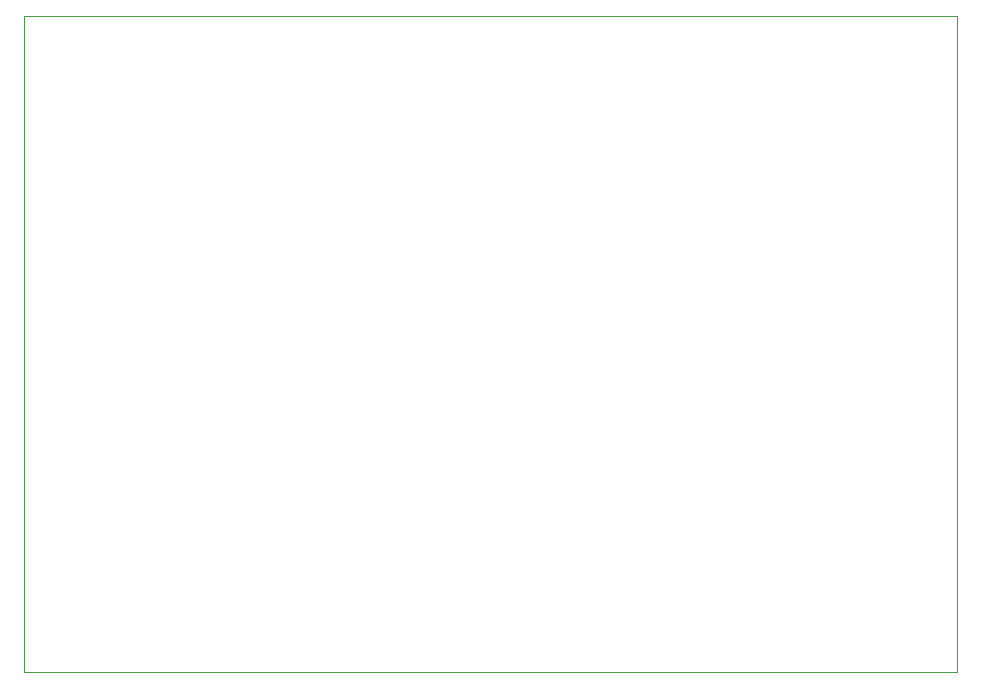
<source format=gbr>
%TF.GenerationSoftware,KiCad,Pcbnew,8.0.2*%
%TF.CreationDate,2025-01-24T00:11:38+01:00*%
%TF.ProjectId,INPUT_ADD_ON,494e5055-545f-4414-9444-5f4f4e2e6b69,rev?*%
%TF.SameCoordinates,Original*%
%TF.FileFunction,Profile,NP*%
%FSLAX46Y46*%
G04 Gerber Fmt 4.6, Leading zero omitted, Abs format (unit mm)*
G04 Created by KiCad (PCBNEW 8.0.2) date 2025-01-24 00:11:38*
%MOMM*%
%LPD*%
G01*
G04 APERTURE LIST*
%TA.AperFunction,Profile*%
%ADD10C,0.100000*%
%TD*%
G04 APERTURE END LIST*
D10*
X90500000Y-70000000D02*
X169500000Y-70000000D01*
X169500000Y-125500000D01*
X90500000Y-125500000D01*
X90500000Y-70000000D01*
M02*

</source>
